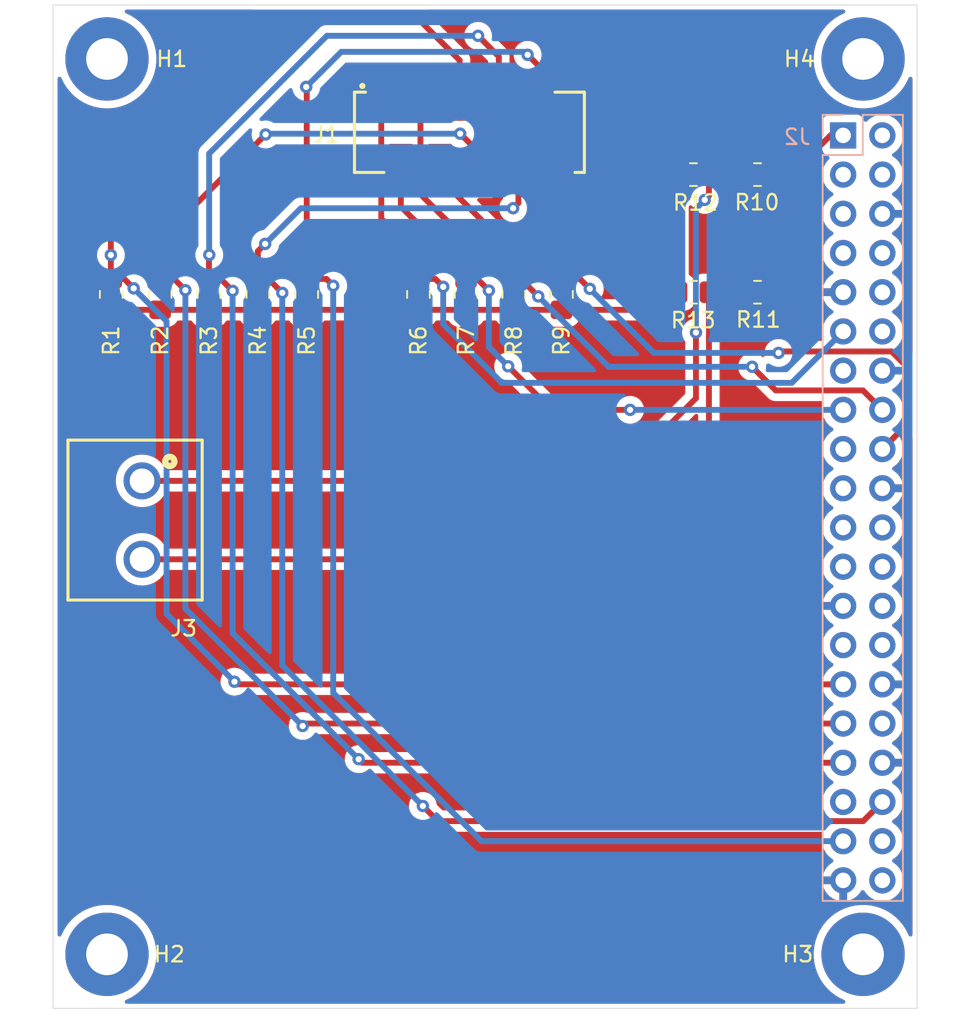
<source format=kicad_pcb>
(kicad_pcb (version 20241229) (generator "pcbnew") (generator_version "9.0")
  (layers (0 "F.Cu" signal) (2 "B.Cu" signal) (13 "F.Paste" user) (15 "B.Paste" user) (5 "F.SilkS" user "F.Silkscreen") (7 "B.SilkS" user "B.Silkscreen") (1 "F.Mask" user) (3 "B.Mask" user) (25 "Edge.Cuts" user))
  (net 0 "")
  (net 2 "KB_IN_ROW5")
  (net 4 "KB_IN_ROW1")
  (net 7 "KB_OUT_COL3")
  (net 11 "KB_IN_ROW3")
  (net 14 "KB_OUT_COL1")
  (net 31 "KB_IN_ROW4")
  (net 33 "KB_OUT_COL2")
  (net 34 " KB_IN_ROW2")
  (net 35 "KB_OUT_COL4")
  (net 36 "GND_RPi")
  (net 38 "3v3_RPi")
  (net 39 "GND")
  (net 40 "3V3")
  (net 41 "Net-(R1-Pad1)")
  (footprint "MAKEEN_Keypad_Test_PCB:R_0805_2012Metric_Pad1.20x1.40mm_HandSolder" (layer "F.Cu") (at 162.66 72.61)
    (property "Reference" "R11" (at 0.05 1.78 0) (layer "F.SilkS"))
    (property "Value" "0")
    (fp_line (start -0.227064 -0.735) (end 0.227064 -0.735) (stroke (width 0.12)) (layer "F.SilkS"))
    (fp_line (start -0.227064 0.735) (end 0.227064 0.735) (stroke (width 0.12)) (layer "F.SilkS"))
    (pad "1" smd roundrect (at -1 0) (size 1.2 1.4) (layers "F.Cu" "F.Mask" "F.Paste") (roundrect_rratio 0.208333) (net 39 "GND"))
    (pad "2" smd roundrect (at 1 0) (size 1.2 1.4) (layers "F.Cu" "F.Mask" "F.Paste") (roundrect_rratio 0.208333) (net 36 "GND_RPi"))
  )
  (footprint "MAKEEN_Keypad_Test_PCB:R_0805_2012Metric_Pad1.20x1.40mm_HandSolder" (layer "F.Cu") (at 123.9425 72.75 90)
    (property "Reference" "R2" (at -3 0 90) (layer "F.SilkS"))
    (property "Value" "4.7k")
    (fp_line (start -0.227064 -0.735) (end 0.227064 -0.735) (stroke (width 0.12)) (layer "F.SilkS"))
    (fp_line (start -0.227064 0.735) (end 0.227064 0.735) (stroke (width 0.12)) (layer "F.SilkS"))
    (pad "1" smd roundrect (at -1 0 90) (size 1.2 1.4) (layers "F.Cu" "F.Mask" "F.Paste") (roundrect_rratio 0.208333) (net 41 "Net-(R1-Pad1)"))
    (pad "2" smd roundrect (at 1 0 90) (size 1.2 1.4) (layers "F.Cu" "F.Mask" "F.Paste") (roundrect_rratio 0.208333) (net 34 " KB_IN_ROW2"))
  )
  (footprint "MAKEEN_Keypad_Test_PCB:R_0805_2012Metric_Pad1.20x1.40mm_HandSolder" (layer "F.Cu") (at 133.445 72.75 90)
    (property "Reference" "R5" (at -3 0 90) (layer "F.SilkS"))
    (property "Value" "4.7k")
    (fp_line (start -0.227064 -0.735) (end 0.227064 -0.735) (stroke (width 0.12)) (layer "F.SilkS"))
    (fp_line (start -0.227064 0.735) (end 0.227064 0.735) (stroke (width 0.12)) (layer "F.SilkS"))
    (pad "1" smd roundrect (at -1 0 90) (size 1.2 1.4) (layers "F.Cu" "F.Mask" "F.Paste") (roundrect_rratio 0.208333) (net 41 "Net-(R1-Pad1)"))
    (pad "2" smd roundrect (at 1 0 90) (size 1.2 1.4) (layers "F.Cu" "F.Mask" "F.Paste") (roundrect_rratio 0.208333) (net 2 "KB_IN_ROW5"))
  )
  (footprint "MAKEEN_Keypad_Test_PCB:R_0805_2012Metric_Pad1.20x1.40mm_HandSolder" (layer "F.Cu") (at 162.66 64.99)
    (property "Reference" "R10" (at -0.04 1.8 0) (layer "F.SilkS"))
    (property "Value" "0")
    (fp_line (start -0.227064 -0.735) (end 0.227064 -0.735) (stroke (width 0.12)) (layer "F.SilkS"))
    (fp_line (start -0.227064 0.735) (end 0.227064 0.735) (stroke (width 0.12)) (layer "F.SilkS"))
    (pad "1" smd roundrect (at -1 0) (size 1.2 1.4) (layers "F.Cu" "F.Mask" "F.Paste") (roundrect_rratio 0.208333) (net 40 "3V3"))
    (pad "2" smd roundrect (at 1 0) (size 1.2 1.4) (layers "F.Cu" "F.Mask" "F.Paste") (roundrect_rratio 0.208333) (net 38 "3v3_RPi"))
  )
  (footprint "MAKEEN_Keypad_Test_PCB:R_0805_2012Metric_Pad1.20x1.40mm_HandSolder" (layer "F.Cu") (at 158.51 64.99)
    (property "Reference" "R12" (at 0.12 1.82 0) (layer "F.SilkS"))
    (property "Value" "0")
    (fp_line (start -0.227064 -0.735) (end 0.227064 -0.735) (stroke (width 0.12)) (layer "F.SilkS"))
    (fp_line (start -0.227064 0.735) (end 0.227064 0.735) (stroke (width 0.12)) (layer "F.SilkS"))
    (pad "1" smd roundrect (at -1 0) (size 1.2 1.4) (layers "F.Cu" "F.Mask" "F.Paste") (roundrect_rratio 0.208333) (net 41 "Net-(R1-Pad1)"))
    (pad "2" smd roundrect (at 1 0) (size 1.2 1.4) (layers "F.Cu" "F.Mask" "F.Paste") (roundrect_rratio 0.208333) (net 40 "3V3"))
  )
  (footprint "MAKEEN_Keypad_Test_PCB:R_0805_2012Metric_Pad1.20x1.40mm_HandSolder" (layer "F.Cu") (at 146.865 72.75 90)
    (property "Reference" "R8" (at -3 0 90) (layer "F.SilkS"))
    (property "Value" "4.7k")
    (fp_line (start -0.227064 -0.735) (end 0.227064 -0.735) (stroke (width 0.12)) (layer "F.SilkS"))
    (fp_line (start -0.227064 0.735) (end 0.227064 0.735) (stroke (width 0.12)) (layer "F.SilkS"))
    (pad "1" smd roundrect (at -1 0 90) (size 1.2 1.4) (layers "F.Cu" "F.Mask" "F.Paste") (roundrect_rratio 0.208333) (net 41 "Net-(R1-Pad1)"))
    (pad "2" smd roundrect (at 1 0 90) (size 1.2 1.4) (layers "F.Cu" "F.Mask" "F.Paste") (roundrect_rratio 0.208333) (net 7 "KB_OUT_COL3"))
  )
  (footprint "MAKEEN_Keypad_Test_PCB:TERMBLOCK_2POS_5.08MM_691311500002" (layer "F.Cu") (at 122.77 87.37 -90)
    (property "Reference" "J3" (at 7.02 -2.7 0) (layer "F.SilkS"))
    (property "Value" "3V3_IN_Conn")
    (fp_line (start -5.18 4.8) (end -5.18 -3.9) (stroke (width 0.2)) (layer "F.SilkS"))
    (fp_line (start 5.18 4.8) (end -5.18 4.8) (stroke (width 0.2)) (layer "F.SilkS"))
    (fp_line (start -5.18 -3.9) (end 5.18 -3.9) (stroke (width 0.2)) (layer "F.SilkS"))
    (fp_line (start 5.18 -3.9) (end 5.18 4.8) (stroke (width 0.2)) (layer "F.SilkS"))
    (fp_circle (center -3.8 -1.8) (end -3.7 -1.8) (stroke (width 0.4)) (fill no) (layer "F.SilkS"))
    (pad "1" thru_hole circle (at -2.54 0 270) (size 2.4 2.4) (drill 1.6) (layers "*.Cu" "*.Mask") (net 40 "3V3"))
    (pad "2" thru_hole circle (at 2.54 0 270) (size 2.4 2.4) (drill 1.6) (layers "*.Cu" "*.Mask") (net 39 "GND"))
  )
  (footprint "MAKEEN_Keypad_Test_PCB:R_0805_2012Metric_Pad1.20x1.40mm_HandSolder" (layer "F.Cu") (at 143.775 72.75 90)
    (property "Reference" "R7" (at -3 0 90) (layer "F.SilkS"))
    (property "Value" "4.7k")
    (fp_line (start -0.227064 -0.735) (end 0.227064 -0.735) (stroke (width 0.12)) (layer "F.SilkS"))
    (fp_line (start -0.227064 0.735) (end 0.227064 0.735) (stroke (width 0.12)) (layer "F.SilkS"))
    (pad "1" smd roundrect (at -1 0 90) (size 1.2 1.4) (layers "F.Cu" "F.Mask" "F.Paste") (roundrect_rratio 0.208333) (net 41 "Net-(R1-Pad1)"))
    (pad "2" smd roundrect (at 1 0 90) (size 1.2 1.4) (layers "F.Cu" "F.Mask" "F.Paste") (roundrect_rratio 0.208333) (net 33 "KB_OUT_COL2"))
  )
  (footprint "MAKEEN_Keypad_Test_PCB:R_0805_2012Metric_Pad1.20x1.40mm_HandSolder" (layer "F.Cu") (at 149.955 72.75 90)
    (property "Reference" "R9" (at -3 0 90) (layer "F.SilkS"))
    (property "Value" "4.7k")
    (fp_line (start -0.227064 -0.735) (end 0.227064 -0.735) (stroke (width 0.12)) (layer "F.SilkS"))
    (fp_line (start -0.227064 0.735) (end 0.227064 0.735) (stroke (width 0.12)) (layer "F.SilkS"))
    (pad "1" smd roundrect (at -1 0 90) (size 1.2 1.4) (layers "F.Cu" "F.Mask" "F.Paste") (roundrect_rratio 0.208333) (net 41 "Net-(R1-Pad1)"))
    (pad "2" smd roundrect (at 1 0 90) (size 1.2 1.4) (layers "F.Cu" "F.Mask" "F.Paste") (roundrect_rratio 0.208333) (net 35 "KB_OUT_COL4"))
  )
  (footprint "MAKEEN_Keypad_Test_PCB:CONN_RCPT_10POS_0.1_SMD_690367281076" (layer "F.Cu") (at 143.99 62.25)
    (property "Reference" "J1" (at -9.28 0.15 0) (layer "F.SilkS"))
    (property "Value" "Keypad_Conn")
    (fp_line (start -7.45 -2.6) (end -7.45 2.6) (stroke (width 0.2)) (layer "F.SilkS"))
    (fp_line (start -7.45 2.6) (end -5.54 2.6) (stroke (width 0.2)) (layer "F.SilkS"))
    (fp_line (start -6.74 -2.6) (end -7.45 -2.6) (stroke (width 0.2)) (layer "F.SilkS"))
    (fp_line (start 5.54 -2.6) (end 7.45 -2.6) (stroke (width 0.2)) (layer "F.SilkS"))
    (fp_line (start 7.45 -2.6) (end 7.45 2.6) (stroke (width 0.2)) (layer "F.SilkS"))
    (fp_line (start 7.45 2.6) (end 6.84 2.6) (stroke (width 0.2)) (layer "F.SilkS"))
    (fp_circle (center -6.94 -3) (end -6.84 -3) (stroke (width 0.2)) (fill no) (layer "F.SilkS"))
    (pad "1" smd rect (at -5.715 -2.25) (size 1.5 3) (layers "F.Cu" "F.Mask" "F.Paste") (net 14 "KB_OUT_COL1"))
    (pad "2" smd rect (at -4.445 2.25) (size 1.5 3) (layers "F.Cu" "F.Mask" "F.Paste") (net 33 "KB_OUT_COL2"))
    (pad "3" smd rect (at -3.175 -2.25) (size 1.5 3) (layers "F.Cu" "F.Mask" "F.Paste") (net 7 "KB_OUT_COL3"))
    (pad "4" smd rect (at -1.905 2.25) (size 1.5 3) (layers "F.Cu" "F.Mask" "F.Paste") (net 35 "KB_OUT_COL4"))
    (pad "5" smd rect (at -0.635 -2.25) (size 1.5 3) (layers "F.Cu" "F.Mask" "F.Paste") (net 4 "KB_IN_ROW1"))
    (pad "6" smd rect (at 0.635 2.25) (size 1.5 3) (layers "F.Cu" "F.Mask" "F.Paste") (net 34 " KB_IN_ROW2"))
    (pad "7" smd rect (at 1.905 -2.25) (size 1.5 3) (layers "F.Cu" "F.Mask" "F.Paste") (net 11 "KB_IN_ROW3"))
    (pad "8" smd rect (at 3.175 2.25) (size 1.5 3) (layers "F.Cu" "F.Mask" "F.Paste") (net 31 "KB_IN_ROW4"))
    (pad "9" smd rect (at 4.445 -2.25) (size 1.5 3) (layers "F.Cu" "F.Mask" "F.Paste") (net 2 "KB_IN_ROW5"))
    (pad "10" smd rect (at 5.715 2.25) (size 1.5 3) (layers "F.Cu" "F.Mask" "F.Paste"))
  )
  (footprint "MAKEEN_Keypad_Test_PCB:MountingHole_2.7mm_M2.5_Pad" (layer "F.Cu") (at 169.5 115.5)
    (property "Reference" "H3" (at -4.23 0 0) (layer "F.SilkS"))
    (property "Value" "MountingHole_Pad")
    (pad "1" thru_hole circle (at 0 0) (size 5.4 5.4) (drill 2.7) (layers "*.Cu" "*.Mask"))
  )
  (footprint "MAKEEN_Keypad_Test_PCB:MountingHole_2.7mm_M2.5_Pad" (layer "F.Cu") (at 120.5 57.5)
    (property "Reference" "H1" (at 4.2 0 0) (layer "F.SilkS"))
    (property "Value" "MountingHole_Pad")
    (pad "1" thru_hole circle (at 0 0) (size 5.4 5.4) (drill 2.7) (layers "*.Cu" "*.Mask"))
  )
  (footprint "MAKEEN_Keypad_Test_PCB:MountingHole_2.7mm_M2.5_Pad" (layer "F.Cu") (at 169.5 57.5)
    (property "Reference" "H4" (at -4.13 0 0) (layer "F.SilkS"))
    (property "Value" "MountingHole_Pad")
    (pad "1" thru_hole circle (at 0 0) (size 5.4 5.4) (drill 2.7) (layers "*.Cu" "*.Mask"))
  )
  (footprint "MAKEEN_Keypad_Test_PCB:MountingHole_2.7mm_M2.5_Pad" (layer "F.Cu") (at 120.5 115.5)
    (property "Reference" "H2" (at 4.04 0 0) (layer "F.SilkS"))
    (property "Value" "MountingHole_Pad")
    (pad "1" thru_hole circle (at 0 0) (size 5.4 5.4) (drill 2.7) (layers "*.Cu" "*.Mask"))
  )
  (footprint "MAKEEN_Keypad_Test_PCB:R_0805_2012Metric_Pad1.20x1.40mm_HandSolder" (layer "F.Cu") (at 158.51 72.61)
    (property "Reference" "R13" (at -0.02 1.82 0) (layer "F.SilkS"))
    (property "Value" "0")
    (fp_line (start -0.227064 -0.735) (end 0.227064 -0.735) (stroke (width 0.12)) (layer "F.SilkS"))
    (fp_line (start -0.227064 0.735) (end 0.227064 0.735) (stroke (width 0.12)) (layer "F.SilkS"))
    (pad "1" smd roundrect (at -1 0) (size 1.2 1.4) (layers "F.Cu" "F.Mask" "F.Paste") (roundrect_rratio 0.208333) (net 41 "Net-(R1-Pad1)"))
    (pad "2" smd roundrect (at 1 0) (size 1.2 1.4) (layers "F.Cu" "F.Mask" "F.Paste") (roundrect_rratio 0.208333) (net 39 "GND"))
  )
  (footprint "MAKEEN_Keypad_Test_PCB:R_0805_2012Metric_Pad1.20x1.40mm_HandSolder" (layer "F.Cu") (at 120.775 72.75 90)
    (property "Reference" "R1" (at -3 0 90) (layer "F.SilkS"))
    (property "Value" "4.7k")
    (fp_line (start -0.227064 -0.735) (end 0.227064 -0.735) (stroke (width 0.12)) (layer "F.SilkS"))
    (fp_line (start -0.227064 0.735) (end 0.227064 0.735) (stroke (width 0.12)) (layer "F.SilkS"))
    (pad "1" smd roundrect (at -1 0 90) (size 1.2 1.4) (layers "F.Cu" "F.Mask" "F.Paste") (roundrect_rratio 0.208333) (net 41 "Net-(R1-Pad1)"))
    (pad "2" smd roundrect (at 1 0 90) (size 1.2 1.4) (layers "F.Cu" "F.Mask" "F.Paste") (roundrect_rratio 0.208333) (net 4 "KB_IN_ROW1"))
  )
  (footprint "MAKEEN_Keypad_Test_PCB:R_0805_2012Metric_Pad1.20x1.40mm_HandSolder" (layer "F.Cu") (at 127.11 72.75 90)
    (property "Reference" "R3" (at -3 0 90) (layer "F.SilkS"))
    (property "Value" "4.7k")
    (fp_line (start -0.227064 -0.735) (end 0.227064 -0.735) (stroke (width 0.12)) (layer "F.SilkS"))
    (fp_line (start -0.227064 0.735) (end 0.227064 0.735) (stroke (width 0.12)) (layer "F.SilkS"))
    (pad "1" smd roundrect (at -1 0 90) (size 1.2 1.4) (layers "F.Cu" "F.Mask" "F.Paste") (roundrect_rratio 0.208333) (net 41 "Net-(R1-Pad1)"))
    (pad "2" smd roundrect (at 1 0 90) (size 1.2 1.4) (layers "F.Cu" "F.Mask" "F.Paste") (roundrect_rratio 0.208333) (net 11 "KB_IN_ROW3"))
  )
  (footprint "MAKEEN_Keypad_Test_PCB:R_0805_2012Metric_Pad1.20x1.40mm_HandSolder" (layer "F.Cu") (at 140.685 72.75 90)
    (property "Reference" "R6" (at -3 0 90) (layer "F.SilkS"))
    (property "Value" "4.7k")
    (fp_line (start -0.227064 -0.735) (end 0.227064 -0.735) (stroke (width 0.12)) (layer "F.SilkS"))
    (fp_line (start -0.227064 0.735) (end 0.227064 0.735) (stroke (width 0.12)) (layer "F.SilkS"))
    (pad "1" smd roundrect (at -1 0 90) (size 1.2 1.4) (layers "F.Cu" "F.Mask" "F.Paste") (roundrect_rratio 0.208333) (net 41 "Net-(R1-Pad1)"))
    (pad "2" smd roundrect (at 1 0 90) (size 1.2 1.4) (layers "F.Cu" "F.Mask" "F.Paste") (roundrect_rratio 0.208333) (net 14 "KB_OUT_COL1"))
  )
  (footprint "MAKEEN_Keypad_Test_PCB:R_0805_2012Metric_Pad1.20x1.40mm_HandSolder" (layer "F.Cu") (at 130.2775 72.75 90)
    (property "Reference" "R4" (at -3 0 90) (layer "F.SilkS"))
    (property "Value" "4.7k")
    (fp_line (start -0.227064 -0.735) (end 0.227064 -0.735) (stroke (width 0.12)) (layer "F.SilkS"))
    (fp_line (start -0.227064 0.735) (end 0.227064 0.735) (stroke (width 0.12)) (layer "F.SilkS"))
    (pad "1" smd roundrect (at -1 0 90) (size 1.2 1.4) (layers "F.Cu" "F.Mask" "F.Paste") (roundrect_rratio 0.208333) (net 41 "Net-(R1-Pad1)"))
    (pad "2" smd roundrect (at 1 0 90) (size 1.2 1.4) (layers "F.Cu" "F.Mask" "F.Paste") (roundrect_rratio 0.208333) (net 31 "KB_IN_ROW4"))
  )
  (footprint "MAKEEN_Keypad_Test_PCB:PinSocket_2x20_P2.54mm_Vertical" (layer "B.Cu") (at 168.21 62.45 180)
    (property "Reference" "J2" (at 2.98 -0.1 0) (layer "B.SilkS") (effects (justify mirror)))
    (property "Value" "Pi5_Conn_GPIO")
    (fp_line (start 1.33 1.33) (end 1.33 0) (stroke (width 0.12)) (layer "B.SilkS"))
    (fp_line (start 1.33 -1.27) (end 1.33 -49.59) (stroke (width 0.12)) (layer "B.SilkS"))
    (fp_line (start 0 1.33) (end 1.33 1.33) (stroke (width 0.12)) (layer "B.SilkS"))
    (fp_line (start -1.27 1.33) (end -1.27 -1.27) (stroke (width 0.12)) (layer "B.SilkS"))
    (fp_line (start -1.27 -1.27) (end 1.33 -1.27) (stroke (width 0.12)) (layer "B.SilkS"))
    (fp_line (start -3.87 1.33) (end -1.27 1.33) (stroke (width 0.12)) (layer "B.SilkS"))
    (fp_line (start -3.87 1.33) (end -3.87 -49.59) (stroke (width 0.12)) (layer "B.SilkS"))
    (fp_line (start -3.87 -49.59) (end 1.33 -49.59) (stroke (width 0.12)) (layer "B.SilkS"))
    (pad "1" thru_hole rect (at 0 0 180) (size 1.7 1.7) (drill 1) (layers "*.Cu" "*.Mask") (net 38 "3v3_RPi"))
    (pad "2" thru_hole oval (at -2.54 0 180) (size 1.7 1.7) (drill 1) (layers "*.Cu" "*.Mask"))
    (pad "3" thru_hole oval (at 0 -2.54 180) (size 1.7 1.7) (drill 1) (layers "*.Cu" "*.Mask"))
    (pad "4" thru_hole oval (at -2.54 -2.54 180) (size 1.7 1.7) (drill 1) (layers "*.Cu" "*.Mask"))
    (pad "5" thru_hole oval (at 0 -5.08 180) (size 1.7 1.7) (drill 1) (layers "*.Cu" "*.Mask"))
    (pad "6" thru_hole oval (at -2.54 -5.08 180) (size 1.7 1.7) (drill 1) (layers "*.Cu" "*.Mask") (net 36 "GND_RPi"))
    (pad "7" thru_hole oval (at 0 -7.62 180) (size 1.7 1.7) (drill 1) (layers "*.Cu" "*.Mask"))
    (pad "8" thru_hole oval (at -2.54 -7.62 180) (size 1.7 1.7) (drill 1) (layers "*.Cu" "*.Mask"))
    (pad "9" thru_hole oval (at 0 -10.16 180) (size 1.7 1.7) (drill 1) (layers "*.Cu" "*.Mask") (net 36 "GND_RPi"))
    (pad "10" thru_hole oval (at -2.54 -10.16 180) (size 1.7 1.7) (drill 1) (layers "*.Cu" "*.Mask"))
    (pad "11" thru_hole oval (at 0 -12.7 180) (size 1.7 1.7) (drill 1) (layers "*.Cu" "*.Mask") (net 14 "KB_OUT_COL1"))
    (pad "12" thru_hole oval (at -2.54 -12.7 180) (size 1.7 1.7) (drill 1) (layers "*.Cu" "*.Mask"))
    (pad "13" thru_hole oval (at 0 -15.24 180) (size 1.7 1.7) (drill 1) (layers "*.Cu" "*.Mask"))
    (pad "14" thru_hole oval (at -2.54 -15.24 180) (size 1.7 1.7) (drill 1) (layers "*.Cu" "*.Mask") (net 36 "GND_RPi"))
    (pad "15" thru_hole oval (at 0 -17.78 180) (size 1.7 1.7) (drill 1) (layers "*.Cu" "*.Mask") (net 33 "KB_OUT_COL2"))
    (pad "16" thru_hole oval (at -2.54 -17.78 180) (size 1.7 1.7) (drill 1) (layers "*.Cu" "*.Mask") (net 7 "KB_OUT_COL3"))
    (pad "17" thru_hole oval (at 0 -20.32 180) (size 1.7 1.7) (drill 1) (layers "*.Cu" "*.Mask"))
    (pad "18" thru_hole oval (at -2.54 -20.32 180) (size 1.7 1.7) (drill 1) (layers "*.Cu" "*.Mask") (net 35 "KB_OUT_COL4"))
    (pad "19" thru_hole oval (at 0 -22.86 180) (size 1.7 1.7) (drill 1) (layers "*.Cu" "*.Mask"))
    (pad "20" thru_hole oval (at -2.54 -22.86 180) (size 1.7 1.7) (drill 1) (layers "*.Cu" "*.Mask") (net 36 "GND_RPi"))
    (pad "21" thru_hole oval (at 0 -25.4 180) (size 1.7 1.7) (drill 1) (layers "*.Cu" "*.Mask"))
    (pad "22" thru_hole oval (at -2.54 -25.4 180) (size 1.7 1.7) (drill 1) (layers "*.Cu" "*.Mask"))
    (pad "23" thru_hole oval (at 0 -27.94 180) (size 1.7 1.7) (drill 1) (layers "*.Cu" "*.Mask"))
    (pad "24" thru_hole oval (at -2.54 -27.94 180) (size 1.7 1.7) (drill 1) (layers "*.Cu" "*.Mask"))
    (pad "25" thru_hole oval (at 0 -30.48 180) (size 1.7 1.7) (drill 1) (layers "*.Cu" "*.Mask") (net 36 "GND_RPi"))
    (pad "26" thru_hole oval (at -2.54 -30.48 180) (size 1.7 1.7) (drill 1) (layers "*.Cu" "*.Mask"))
    (pad "27" thru_hole oval (at 0 -33.02 180) (size 1.7 1.7) (drill 1) (layers "*.Cu" "*.Mask"))
    (pad "28" thru_hole oval (at -2.54 -33.02 180) (size 1.7 1.7) (drill 1) (layers "*.Cu" "*.Mask"))
    (pad "29" thru_hole oval (at 0 -35.56 180) (size 1.7 1.7) (drill 1) (layers "*.Cu" "*.Mask") (net 4 "KB_IN_ROW1"))
    (pad "30" thru_hole oval (at -2.54 -35.56 180) (size 1.7 1.7) (drill 1) (layers "*.Cu" "*.Mask") (net 36 "GND_RPi"))
    (pad "31" thru_hole oval (at 0 -38.1 180) (size 1.7 1.7) (drill 1) (layers "*.Cu" "*.Mask") (net 34 " KB_IN_ROW2"))
    (pad "32" thru_hole oval (at -2.54 -38.1 180) (size 1.7 1.7) (drill 1) (layers "*.Cu" "*.Mask"))
    (pad "33" thru_hole oval (at 0 -40.64 180) (size 1.7 1.7) (drill 1) (layers "*.Cu" "*.Mask") (net 11 "KB_IN_ROW3"))
    (pad "34" thru_hole oval (at -2.54 -40.64 180) (size 1.7 1.7) (drill 1) (layers "*.Cu" "*.Mask") (net 36 "GND_RPi"))
    (pad "35" thru_hole oval (at 0 -43.18 180) (size 1.7 1.7) (drill 1) (layers "*.Cu" "*.Mask"))
    (pad "36" thru_hole oval (at -2.54 -43.18 180) (size 1.7 1.7) (drill 1) (layers "*.Cu" "*.Mask") (net 31 "KB_IN_ROW4"))
    (pad "37" thru_hole oval (at 0 -45.72 180) (size 1.7 1.7) (drill 1) (layers "*.Cu" "*.Mask") (net 2 "KB_IN_ROW5"))
    (pad "38" thru_hole oval (at -2.54 -45.72 180) (size 1.7 1.7) (drill 1) (layers "*.Cu" "*.Mask"))
    (pad "39" thru_hole oval (at 0 -48.26 180) (size 1.7 1.7) (drill 1) (layers "*.Cu" "*.Mask") (net 36 "GND_RPi"))
    (pad "40" thru_hole oval (at -2.54 -48.26 180) (size 1.7 1.7) (drill 1) (layers "*.Cu" "*.Mask"))
  )
  (gr_rect (start 117 54) (end 173 119) (stroke (width 0.05)) (fill no) (layer "Edge.Cuts"))
  (segment (start 133.445 59.345) (end 133.445 71.75) (width 0.381) (layer "F.Cu") (net 2))
  (segment (start 134.72 71.75) (end 135.16 72.19) (width 0.381) (layer "F.Cu") (net 2))
  (segment (start 148.435 57.905) (end 147.76 57.23) (width 0.381) (layer "F.Cu") (net 2))
  (segment (start 148.435 60) (end 148.435 57.905) (width 0.381) (layer "F.Cu") (net 2))
  (segment (start 133.41 59.31) (end 133.445 59.345) (width 0.381) (layer "F.Cu") (net 2))
  (segment (start 133.445 71.75) (end 134.72 71.75) (width 0.381) (layer "F.Cu") (net 2))
  (via (at 147.76 57.23) (size 0.8) (drill 0.4) (layers "F.Cu" "B.Cu") (net 2))
  (via (at 133.41 59.31) (size 0.8) (drill 0.4) (layers "F.Cu" "B.Cu") (net 2))
  (via (at 135.16 72.19) (size 0.8) (drill 0.4) (layers "F.Cu" "B.Cu") (net 2))
  (segment (start 144.77 108.17) (end 168.21 108.17) (width 0.381) (layer "B.Cu") (net 2))
  (segment (start 147.76 57.23) (end 147.57 57.04) (width 0.381) (layer "B.Cu") (net 2))
  (segment (start 135.16 72.19) (end 135.16 98.56) (width 0.381) (layer "B.Cu") (net 2))
  (segment (start 135.68 57.04) (end 133.41 59.31) (width 0.381) (layer "B.Cu") (net 2))
  (segment (start 147.57 57.04) (end 135.68 57.04) (width 0.381) (layer "B.Cu") (net 2))
  (segment (start 135.16 98.56) (end 144.77 108.17) (width 0.381) (layer "B.Cu") (net 2))
  (segment (start 120.75 70.2) (end 120.75 71.725) (width 0.381) (layer "F.Cu") (net 4))
  (segment (start 143.355 57.585) (end 140.86 55.09) (width 0.381) (layer "F.Cu") (net 4))
  (segment (start 120.75 64.77) (end 120.75 70.2) (width 0.381) (layer "F.Cu") (net 4))
  (segment (start 143.355 60) (end 143.355 57.585) (width 0.381) (layer "F.Cu") (net 4))
  (segment (start 120.75 71.725) (end 120.775 71.75) (width 0.381) (layer "F.Cu") (net 4))
  (segment (start 130.43 55.09) (end 120.75 64.77) (width 0.381) (layer "F.Cu") (net 4))
  (segment (start 120.775 71.75) (end 121.62 71.75) (width 0.381) (layer "F.Cu") (net 4))
  (segment (start 121.62 71.75) (end 122.23 72.36) (width 0.381) (layer "F.Cu") (net 4))
  (segment (start 140.86 55.09) (end 130.43 55.09) (width 0.381) (layer "F.Cu") (net 4))
  (segment (start 128.93 98.01) (end 168.21 98.01) (width 0.381) (layer "F.Cu") (net 4))
  (segment (start 128.76 97.84) (end 128.93 98.01) (width 0.381) (layer "F.Cu") (net 4))
  (via (at 122.23 72.36) (size 0.8) (drill 0.4) (layers "F.Cu" "B.Cu") (net 4))
  (via (at 120.75 70.2) (size 0.8) (drill 0.4) (layers "F.Cu" "B.Cu") (net 4))
  (via (at 128.76 97.84) (size 0.8) (drill 0.4) (layers "F.Cu" "B.Cu") (net 4))
  (segment (start 124.3615 93.4415) (end 128.76 97.84) (width 0.381) (layer "B.Cu") (net 4))
  (segment (start 122.23 72.36) (end 124.3615 74.4915) (width 0.381) (layer "B.Cu") (net 4))
  (segment (start 124.3615 74.4915) (end 124.3615 93.4415) (width 0.381) (layer "B.Cu") (net 4))
  (segment (start 146.865 71.75) (end 147.32 71.75) (width 0.381) (layer "F.Cu") (net 7))
  (segment (start 146.302 71.75) (end 146.865 71.75) (width 0.381) (layer "F.Cu") (net 7))
  (segment (start 169.49 78.97) (end 170.75 80.23) (width 0.381) (layer "F.Cu") (net 7))
  (segment (start 140.815 60) (end 140.815 66.263) (width 0.381) (layer "F.Cu") (net 7))
  (segment (start 140.815 66.263) (end 146.302 71.75) (width 0.381) (layer "F.Cu") (net 7))
  (segment (start 163.84 78.97) (end 169.49 78.97) (width 0.381) (layer "F.Cu") (net 7))
  (segment (start 147.32 71.75) (end 148.45 72.88) (width 0.381) (layer "F.Cu") (net 7))
  (segment (start 162.31 77.44) (end 163.84 78.97) (width 0.381) (layer "F.Cu") (net 7))
  (via (at 162.31 77.44) (size 0.8) (drill 0.4) (layers "F.Cu" "B.Cu") (net 7))
  (via (at 148.45 72.88) (size 0.8) (drill 0.4) (layers "F.Cu" "B.Cu") (net 7))
  (segment (start 153.01 77.44) (end 162.31 77.44) (width 0.381) (layer "B.Cu") (net 7))
  (segment (start 148.45 72.88) (end 153.01 77.44) (width 0.381) (layer "B.Cu") (net 7))
  (segment (start 127.87 71.75) (end 128.64 72.52) (width 0.381) (layer "F.Cu") (net 11))
  (segment (start 127.11 70.21) (end 127.11 71.75) (width 0.381) (layer "F.Cu") (net 11))
  (segment (start 137.04 103.09) (end 168.21 103.09) (width 0.381) (layer "F.Cu") (net 11))
  (segment (start 127.11 71.75) (end 127.87 71.75) (width 0.381) (layer "F.Cu") (net 11))
  (segment (start 144.55 56) (end 145.895 57.345) (width 0.381) (layer "F.Cu") (net 11))
  (segment (start 145.895 57.345) (end 145.895 60) (width 0.381) (layer "F.Cu") (net 11))
  (segment (start 136.81 102.86) (end 137.04 103.09) (width 0.381) (layer "F.Cu") (net 11))
  (segment (start 127.13 70.19) (end 127.11 70.21) (width 0.381) (layer "F.Cu") (net 11))
  (via (at 127.13 70.19) (size 0.8) (drill 0.4) (layers "F.Cu" "B.Cu") (net 11))
  (via (at 128.64 72.52) (size 0.8) (drill 0.4) (layers "F.Cu" "B.Cu") (net 11))
  (via (at 136.81 102.86) (size 0.8) (drill 0.4) (layers "F.Cu" "B.Cu") (net 11))
  (via (at 144.55 56) (size 0.8) (drill 0.4) (layers "F.Cu" "B.Cu") (net 11))
  (segment (start 144.55 56) (end 134.75 56) (width 0.381) (layer "B.Cu") (net 11))
  (segment (start 128.64 72.52) (end 128.64 94.69) (width 0.381) (layer "B.Cu") (net 11))
  (segment (start 134.75 56) (end 127.12 63.63) (width 0.381) (layer "B.Cu") (net 11))
  (segment (start 127.12 70.18) (end 127.13 70.19) (width 0.381) (layer "B.Cu") (net 11))
  (segment (start 127.12 63.63) (end 127.12 70.18) (width 0.381) (layer "B.Cu") (net 11))
  (segment (start 128.64 94.69) (end 136.81 102.86) (width 0.381) (layer "B.Cu") (net 11))
  (segment (start 140.685 70.255) (end 140.685 71.75) (width 0.381) (layer "F.Cu") (net 14))
  (segment (start 138.275 67.845) (end 140.685 70.255) (width 0.381) (layer "F.Cu") (net 14))
  (segment (start 141.78 71.75) (end 142.29 72.26) (width 0.381) (layer "F.Cu") (net 14))
  (segment (start 138.275 60) (end 138.275 67.845) (width 0.381) (layer "F.Cu") (net 14))
  (segment (start 140.685 71.75) (end 141.78 71.75) (width 0.381) (layer "F.Cu") (net 14))
  (via (at 142.29 72.26) (size 0.8) (drill 0.4) (layers "F.Cu" "B.Cu") (net 14))
  (segment (start 146.09 78.48) (end 164.88 78.48) (width 0.381) (layer "B.Cu") (net 14))
  (segment (start 164.88 78.48) (end 168.21 75.15) (width 0.381) (layer "B.Cu") (net 14))
  (segment (start 142.29 72.26) (end 142.29 74.68) (width 0.381) (layer "B.Cu") (net 14))
  (segment (start 142.29 74.68) (end 146.09 78.48) (width 0.381) (layer "B.Cu") (net 14))
  (segment (start 130.96 71.75) (end 131.86 72.65) (width 0.381) (layer "F.Cu") (net 31))
  (segment (start 147.165 66.825) (end 146.82 67.17) (width 0.381) (layer "F.Cu") (net 31))
  (segment (start 147.165 64.5) (end 147.165 66.825) (width 0.381) (layer "F.Cu") (net 31))
  (segment (start 141.9515 106.8715) (end 169.5085 106.8715) (width 0.381) (layer "F.Cu") (net 31))
  (segment (start 130.2775 69.9525) (end 130.75 69.48) (width 0.381) (layer "F.Cu") (net 31))
  (segment (start 130.2775 71.75) (end 130.2775 69.9525) (width 0.381) (layer "F.Cu") (net 31))
  (segment (start 130.2775 71.75) (end 130.96 71.75) (width 0.381) (layer "F.Cu") (net 31))
  (segment (start 169.5085 106.8715) (end 170.75 105.63) (width 0.381) (layer "F.Cu") (net 31))
  (segment (start 140.97 105.89) (end 141.9515 106.8715) (width 0.381) (layer "F.Cu") (net 31))
  (via (at 130.75 69.48) (size 0.8) (drill 0.4) (layers "F.Cu" "B.Cu") (net 31))
  (via (at 131.86 72.65) (size 0.8) (drill 0.4) (layers "F.Cu" "B.Cu") (net 31))
  (via (at 140.97 105.89) (size 0.8) (drill 0.4) (layers "F.Cu" "B.Cu") (net 31))
  (via (at 146.82 67.17) (size 0.8) (drill 0.4) (layers "F.Cu" "B.Cu") (net 31))
  (segment (start 131.86 96.78) (end 140.97 105.89) (width 0.381) (layer "B.Cu") (net 31))
  (segment (start 133.06 67.17) (end 130.75 69.48) (width 0.381) (layer "B.Cu") (net 31))
  (segment (start 131.86 72.65) (end 131.86 96.78) (width 0.381) (layer "B.Cu") (net 31))
  (segment (start 146.82 67.17) (end 133.06 67.17) (width 0.381) (layer "B.Cu") (net 31))
  (segment (start 149.32 80.23) (end 146.5 77.41) (width 0.381) (layer "F.Cu") (net 33))
  (segment (start 144.5 71.75) (end 145.25 72.5) (width 0.381) (layer "F.Cu") (net 33))
  (segment (start 139.545 67.065) (end 143.775 71.295) (width 0.381) (layer "F.Cu") (net 33))
  (segment (start 143.775 71.295) (end 143.775 71.75) (width 0.381) (layer "F.Cu") (net 33))
  (segment (start 139.545 64.5) (end 139.545 67.065) (width 0.381) (layer "F.Cu") (net 33))
  (segment (start 143.775 71.75) (end 144.5 71.75) (width 0.381) (layer "F.Cu") (net 33))
  (segment (start 154.4 80.23) (end 149.32 80.23) (width 0.381) (layer "F.Cu") (net 33))
  (via (at 146.5 77.41) (size 0.8) (drill 0.4) (layers "F.Cu" "B.Cu") (net 33))
  (via (at 145.25 72.5) (size 0.8) (drill 0.4) (layers "F.Cu" "B.Cu") (net 33))
  (via (at 154.4 80.23) (size 0.8) (drill 0.4) (layers "F.Cu" "B.Cu") (net 33))
  (segment (start 145.25 72.5) (end 145.25 76.16) (width 0.381) (layer "B.Cu") (net 33))
  (segment (start 154.4 80.23) (end 168.21 80.23) (width 0.381) (layer "B.Cu") (net 33))
  (segment (start 145.25 76.16) (end 146.5 77.41) (width 0.381) (layer "B.Cu") (net 33))
  (segment (start 130.78 62.39) (end 123.9425 69.2275) (width 0.381) (layer "F.Cu") (net 34))
  (segment (start 133.18 100.71) (end 133.34 100.55) (width 0.381) (layer "F.Cu") (net 34))
  (segment (start 124.85 71.75) (end 125.58 72.48) (width 0.381) (layer "F.Cu") (net 34))
  (segment (start 144.625 64.5) (end 144.625 63.575) (width 0.381) (layer "F.Cu") (net 34))
  (segment (start 123.9425 69.2275) (end 123.9425 71.75) (width 0.381) (layer "F.Cu") (net 34))
  (segment (start 133.34 100.55) (end 168.21 100.55) (width 0.381) (layer "F.Cu") (net 34))
  (segment (start 144.625 63.575) (end 143.39 62.34) (width 0.381) (layer "F.Cu") (net 34))
  (segment (start 123.9425 71.75) (end 124.85 71.75) (width 0.381) (layer "F.Cu") (net 34))
  (via (at 143.39 62.34) (size 0.8) (drill 0.4) (layers "F.Cu" "B.Cu") (net 34))
  (via (at 125.58 72.48) (size 0.8) (drill 0.4) (layers "F.Cu" "B.Cu") (net 34))
  (via (at 130.78 62.39) (size 0.8) (drill 0.4) (layers "F.Cu" "B.Cu") (net 34))
  (via (at 133.18 100.71) (size 0.8) (drill 0.4) (layers "F.Cu" "B.Cu") (net 34))
  (segment (start 125.58 72.48) (end 125.58 93.11) (width 0.381) (layer "B.Cu") (net 34))
  (segment (start 130.83 62.34) (end 130.78 62.39) (width 0.381) (layer "B.Cu") (net 34))
  (segment (start 143.39 62.34) (end 130.83 62.34) (width 0.381) (layer "B.Cu") (net 34))
  (segment (start 125.58 93.11) (end 133.18 100.71) (width 0.381) (layer "B.Cu") (net 34))
  (segment (start 151.15 71.75) (end 151.79 72.39) (width 0.381) (layer "F.Cu") (net 35))
  (segment (start 142.085 64.5) (end 142.085 65.25) (width 0.381) (layer "F.Cu") (net 35))
  (segment (start 172.33 81.19) (end 170.75 82.77) (width 0.381) (layer "F.Cu") (net 35))
  (segment (start 164.02 76.54) (end 164.1115 76.4485) (width 0.381) (layer "F.Cu") (net 35))
  (segment (start 149.955 71.75) (end 151.15 71.75) (width 0.381) (layer "F.Cu") (net 35))
  (segment (start 142.085 65.25) (end 148.585 71.75) (width 0.381) (layer "F.Cu") (net 35))
  (segment (start 148.585 71.75) (end 149.955 71.75) (width 0.381) (layer "F.Cu") (net 35))
  (segment (start 164.1115 76.4485) (end 171.3485 76.4485) (width 0.381) (layer "F.Cu") (net 35))
  (segment (start 171.3485 76.4485) (end 172.33 77.43) (width 0.381) (layer "F.Cu") (net 35))
  (segment (start 172.33 77.43) (end 172.33 81.19) (width 0.381) (layer "F.Cu") (net 35))
  (via (at 164.02 76.54) (size 0.8) (drill 0.4) (layers "F.Cu" "B.Cu") (net 35))
  (via (at 151.79 72.39) (size 0.8) (drill 0.4) (layers "F.Cu" "B.Cu") (net 35))
  (segment (start 155.94 76.54) (end 164.02 76.54) (width 0.381) (layer "B.Cu") (net 35))
  (segment (start 151.79 72.39) (end 155.94 76.54) (width 0.381) (layer "B.Cu") (net 35))
  (segment (start 168.21 62.45) (end 167.39 62.45) (width 0.381) (layer "F.Cu") (net 38))
  (segment (start 164.85 64.99) (end 163.66 64.99) (width 0.381) (layer "F.Cu") (net 38))
  (segment (start 167.39 62.45) (end 164.85 64.99) (width 0.381) (layer "F.Cu") (net 38))
  (segment (start 159.51 72.61) (end 161.66 72.61) (width 0.381) (layer "F.Cu") (net 39))
  (segment (start 151.12 89.91) (end 159.51 81.52) (width 0.381) (layer "F.Cu") (net 39))
  (segment (start 122.77 89.91) (end 151.12 89.91) (width 0.381) (layer "F.Cu") (net 39))
  (segment (start 159.51 81.52) (end 159.51 72.61) (width 0.381) (layer "F.Cu") (net 39))
  (segment (start 159.51 64.99) (end 161.66 64.99) (width 0.381) (layer "F.Cu") (net 40))
  (segment (start 158.67 79.48) (end 153.32 84.83) (width 0.381) (layer "F.Cu") (net 40))
  (segment (start 159.51 66.36) (end 159.51 64.99) (width 0.381) (layer "F.Cu") (net 40))
  (segment (start 158.67 75.22) (end 158.67 79.48) (width 0.381) (layer "F.Cu") (net 40))
  (segment (start 153.32 84.83) (end 122.77 84.83) (width 0.381) (layer "F.Cu") (net 40))
  (segment (start 159.24 66.63) (end 159.51 66.36) (width 0.381) (layer "F.Cu") (net 40))
  (via (at 159.24 66.63) (size 0.8) (drill 0.4) (layers "F.Cu" "B.Cu") (net 40))
  (via (at 158.67 75.22) (size 0.8) (drill 0.4) (layers "F.Cu" "B.Cu") (net 40))
  (segment (start 158.67 75.22) (end 158.67 67.2) (width 0.381) (layer "B.Cu") (net 40))
  (segment (start 158.67 67.2) (end 159.24 66.63) (width 0.381) (layer "B.Cu") (net 40))
  (segment (start 123.9425 73.75) (end 127.11 73.75) (width 0.381) (layer "F.Cu") (net 41))
  (segment (start 143.775 73.75) (end 146.865 73.75) (width 0.381) (layer "F.Cu") (net 41))
  (segment (start 140.685 73.75) (end 143.775 73.75) (width 0.381) (layer "F.Cu") (net 41))
  (segment (start 130.2775 73.75) (end 133.445 73.75) (width 0.381) (layer "F.Cu") (net 41))
  (segment (start 156.37 73.75) (end 157.51 72.61) (width 0.381) (layer "F.Cu") (net 41))
  (segment (start 146.865 73.75) (end 149.955 73.75) (width 0.381) (layer "F.Cu") (net 41))
  (segment (start 157.51 64.99) (end 157.51 72.61) (width 0.381) (layer "F.Cu") (net 41))
  (segment (start 120.775 73.75) (end 123.9425 73.75) (width 0.381) (layer "F.Cu") (net 41))
  (segment (start 133.445 73.75) (end 140.685 73.75) (width 0.381) (layer "F.Cu") (net 41))
  (segment (start 127.11 73.75) (end 130.2775 73.75) (width 0.381) (layer "F.Cu") (net 41))
  (segment (start 149.955 73.75) (end 156.37 73.75) (width 0.381) (layer "F.Cu") (net 41))
  (zone (net 36) (net_name "GND_RPi") (layers "F.Cu" "B.Cu") (connect_pads (clearance 0.5)) (min_thickness 0.25) (fill yes (thermal_gap 0.5) (thermal_bridge_width 0.5))
    (polygon (pts (xy 116.67 53.68) (xy 173.46 53.68) (xy 173.46 119.4) (xy 116.78 119.4) (xy 116.56 119.18) (xy 116.56 53.79)))
  )
)
</source>
